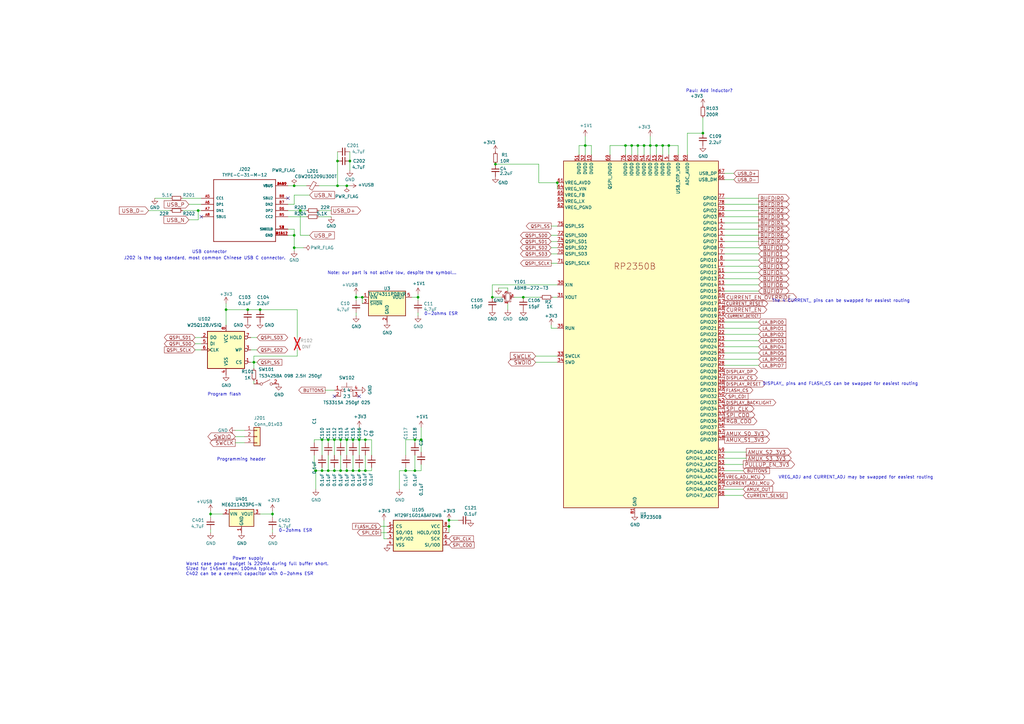
<source format=kicad_sch>
(kicad_sch (version 20231120) (generator "eeschema") (generator_version "8.0")
  (paper "A3")
  (lib_symbols
    (symbol "Connector_Generic:Conn_01x03" (pin_names (offset 1.016) hide)
      (property "Reference" "J" (at 0 5.08 0))
      (property "Value" "Conn_01x03" (at 0 -5.08 0))
      (symbol "Conn_01x03_1_1"
        (pin passive line (at -5.08 2.54 0) (length 3.81) (name "Pin_1") (number "1"))
        (pin passive line (at -5.08 0 0) (length 3.81) (name "Pin_2") (number "2"))
        (pin passive line (at -5.08 -2.54 0) (length 3.81) (name "Pin_3") (number "3"))
      )
    )
    (symbol "Device:C_Small" (pin_numbers hide) (pin_names (offset 0.254) hide)
      (property "Reference" "C" (at 0.254 1.778 0))
      (property "Value" "C_Small" (at 0.254 -2.032 0))
      (symbol "C_Small_1_1"
        (pin passive line (at 0 2.54 270) (length 2.032) (name "~") (number "1"))
        (pin passive line (at 0 -2.54 90) (length 2.032) (name "~") (number "2"))
      )
    )
    (symbol "Device:Crystal_GND24_Small" (pin_names (offset 1.016) hide)
      (property "Reference" "Y" (at 1.27 4.445 0))
      (property "Value" "Crystal_GND24_Small" (at 1.27 2.54 0))
      (symbol "Crystal_GND24_Small_1_1"
        (pin passive line (at -2.54 0 0) (length 1.27) (name "1") (number "1"))
        (pin passive line (at 0 -2.54 90) (length 0.635) (name "2") (number "2"))
        (pin passive line (at 2.54 0 180) (length 1.27) (name "3") (number "3"))
        (pin passive line (at 0 2.54 270) (length 0.635) (name "4") (number "4"))
      )
    )
    (symbol "Device:R_Small" (pin_numbers hide) (pin_names (offset 0.254) hide)
      (property "Reference" "R" (at 0.762 0.508 0))
      (property "Value" "R_Small" (at 0.762 -1.016 0))
      (symbol "R_Small_1_1"
        (pin passive line (at 0 2.54 270) (length 0.762) (name "~") (number "1"))
        (pin passive line (at 0 -2.54 90) (length 0.762) (name "~") (number "2"))
      )
    )
    (symbol "ESPx:ESP32x-80"
      (property "Reference" "U1" (at -1.6159 -71.12 0))
      (property "Value" "~" (at -1.6159 -72.39 0))
      (symbol "ESP32x-80_1_0"
        (text "RP2350B" (at -3.81 30.48 0) (effects (font (size 2.54 2.54))))
      )
      (symbol "ESP32x-80_1_1"
        (pin bidirectional line (at 33.02 48.26 180) (length 2.54) (name "GPIO4") (number "1"))
        (pin power_in line (at -21.59 76.2 270) (length 2.54) (name "DVDD") (number "10"))
        (pin bidirectional line (at 33.02 27.94 180) (length 2.54) (name "GPIO12") (number "11"))
        (pin bidirectional line (at 33.02 25.4 180) (length 2.54) (name "GPIO13") (number "12"))
        (pin bidirectional line (at 33.02 22.86 180) (length 2.54) (name "GPIO14") (number "13"))
        (pin bidirectional line (at 33.02 20.32 180) (length 2.54) (name "GPIO15") (number "14"))
        (pin power_in line (at 5.08 76.2 270) (length 2.54) (name "IOVDD") (number "15"))
        (pin bidirectional line (at 33.02 17.78 180) (length 2.54) (name "GPIO16") (number "16"))
        (pin bidirectional line (at 33.02 15.24 180) (length 2.54) (name "GPIO17") (number "17"))
        (pin bidirectional line (at 33.02 12.7 180) (length 2.54) (name "GPIO18") (number "18"))
        (pin bidirectional line (at 33.02 10.16 180) (length 2.54) (name "GPIO19") (number "19"))
        (pin bidirectional line (at 33.02 45.72 180) (length 2.54) (name "GPIO5") (number "2"))
        (pin bidirectional line (at 33.02 7.62 180) (length 2.54) (name "GPIO20") (number "20"))
        (pin bidirectional line (at 33.02 5.08 180) (length 2.54) (name "GPIO21") (number "21"))
        (pin bidirectional line (at 33.02 2.54 180) (length 2.54) (name "GPIO22") (number "22"))
        (pin bidirectional line (at 33.02 0 180) (length 2.54) (name "GPIO23") (number "23"))
        (pin power_in line (at 2.54 76.2 270) (length 2.54) (name "IOVDD") (number "24"))
        (pin bidirectional line (at 33.02 -2.54 180) (length 2.54) (name "GPIO24") (number "25"))
        (pin bidirectional line (at 33.02 -5.08 180) (length 2.54) (name "GPIO25") (number "26"))
        (pin bidirectional line (at 33.02 -7.62 180) (length 2.54) (name "GPIO26") (number "27"))
        (pin bidirectional line (at 33.02 -10.16 180) (length 2.54) (name "GPIO27") (number "28"))
        (pin power_in line (at 7.62 76.2 270) (length 2.54) (name "IOVDD") (number "29"))
        (pin bidirectional line (at 33.02 43.18 180) (length 2.54) (name "GPIO6") (number "3"))
        (pin input line (at -35.56 22.86 0) (length 2.54) (name "XIN") (number "30"))
        (pin passive line (at -35.56 17.78 0) (length 2.54) (name "XOUT") (number "31"))
        (pin power_in line (at -24.13 76.2 270) (length 2.54) (name "DVDD") (number "32"))
        (pin output line (at -35.56 -6.35 0) (length 2.54) (name "SWCLK") (number "33"))
        (pin bidirectional line (at -35.56 -8.89 0) (length 2.54) (name "SWD") (number "34"))
        (pin input line (at -35.56 5.08 0) (length 2.54) (name "RUN") (number "35"))
        (pin bidirectional line (at 33.02 -12.7 180) (length 2.54) (name "GPIO28") (number "36"))
        (pin bidirectional line (at 33.02 -15.24 180) (length 2.54) (name "GPIO29") (number "37"))
        (pin bidirectional line (at 33.02 -17.78 180) (length 2.54) (name "GPIO30") (number "38"))
        (pin bidirectional line (at 33.02 -20.32 180) (length 2.54) (name "GPIO31") (number "39"))
        (pin bidirectional line (at 33.02 40.64 180) (length 2.54) (name "GPIO7") (number "4"))
        (pin bidirectional line (at 33.02 -22.86 180) (length 2.54) (name "GPIO32") (number "40"))
        (pin power_in line (at 0 76.2 270) (length 2.54) (name "IOVDD") (number "41"))
        (pin bidirectional line (at 33.02 -25.4 180) (length 2.54) (name "GPIO33") (number "42"))
        (pin bidirectional line (at 33.02 -27.94 180) (length 2.54) (name "GPIO34") (number "43"))
        (pin bidirectional line (at 33.02 -30.48 180) (length 2.54) (name "GPIO35") (number "44"))
        (pin bidirectional line (at 33.02 -33.02 180) (length 2.54) (name "GPIO36") (number "45"))
        (pin bidirectional line (at 33.02 -35.56 180) (length 2.54) (name "GPIO37") (number "46"))
        (pin bidirectional line (at 33.02 -38.1 180) (length 2.54) (name "GPIO38") (number "47"))
        (pin bidirectional line (at 33.02 -40.64 180) (length 2.54) (name "GPIO39") (number "48"))
        (pin bidirectional line (at 33.02 -45.72 180) (length 2.54) (name "GPIO40_ADC0") (number "49"))
        (pin power_in line (at 10.16 76.2 270) (length 2.54) (name "IOVDD") (number "5"))
        (pin power_in line (at -2.54 76.2 270) (length 2.54) (name "IOVDD") (number "50"))
        (pin power_in line (at -26.67 76.2 270) (length 2.54) (name "DVDD") (number "51"))
        (pin bidirectional line (at 33.02 -48.26 180) (length 2.54) (name "GPIO41_ADC1") (number "52"))
        (pin bidirectional line (at 33.02 -50.8 180) (length 2.54) (name "GPIO42_ADC2") (number "53"))
        (pin bidirectional line (at 33.02 -53.34 180) (length 2.54) (name "GPIO43_ADC3") (number "54"))
        (pin bidirectional line (at 33.02 -55.88 180) (length 2.54) (name "GPIO44_ADC4") (number "55"))
        (pin bidirectional line (at 33.02 -58.42 180) (length 2.54) (name "GPIO45_ADC5") (number "56"))
        (pin bidirectional line (at 33.02 -60.96 180) (length 2.54) (name "GPIO46_ADC6") (number "57"))
        (pin bidirectional line (at 33.02 -63.5 180) (length 2.54) (name "GPIO47_ADC7") (number "58"))
        (pin power_in line (at 17.78 76.2 270) (length 2.54) (name "ADC_AVDD") (number "59"))
        (pin bidirectional line (at 33.02 38.1 180) (length 2.54) (name "GPIO8") (number "6"))
        (pin power_in line (at -5.08 76.2 270) (length 2.54) (name "IOVDD") (number "60"))
        (pin power_in line (at -35.56 64.77 0) (length 2.54) (name "VREG_AVDD") (number "61"))
        (pin power_in line (at -35.56 54.61 0) (length 2.54) (name "VREG_PGND") (number "62"))
        (pin power_out line (at -35.56 57.15 0) (length 2.54) (name "VREG_LX") (number "63"))
        (pin power_in line (at -35.56 62.23 0) (length 2.54) (name "VREG_VIN") (number "64"))
        (pin input line (at -35.56 59.69 0) (length 2.54) (name "VREG_FB") (number "65"))
        (pin bidirectional line (at 33.02 66.04 180) (length 2.54) (name "USB_DM") (number "66"))
        (pin bidirectional line (at 33.02 68.58 180) (length 2.54) (name "USB_DP") (number "67"))
        (pin power_in line (at 13.97 76.2 270) (length 2.54) (name "USB_OTP_VDD") (number "68"))
        (pin power_in line (at -13.97 76.2 270) (length 2.54) (name "QSPI_IOVDD") (number "69"))
        (pin bidirectional line (at 33.02 35.56 180) (length 2.54) (name "GPIO9") (number "7"))
        (pin bidirectional line (at -35.56 35.56 0) (length 2.54) (name "QSPI_SD3") (number "70"))
        (pin output line (at -35.56 31.75 0) (length 2.54) (name "QSPI_SCLK") (number "71"))
        (pin bidirectional line (at -35.56 43.18 0) (length 2.54) (name "QSPI_SD0") (number "72"))
        (pin bidirectional line (at -35.56 38.1 0) (length 2.54) (name "QSPI_SD2") (number "73"))
        (pin bidirectional line (at -35.56 40.64 0) (length 2.54) (name "QSPI_SD1") (number "74"))
        (pin bidirectional line (at -35.56 46.99 0) (length 2.54) (name "QSPI_SS") (number "75"))
        (pin power_in line (at -7.62 76.2 270) (length 2.54) (name "IOVDD") (number "76"))
        (pin bidirectional line (at 33.02 58.42 180) (length 2.54) (name "GPIO0") (number "77"))
        (pin bidirectional line (at 33.02 55.88 180) (length 2.54) (name "GPIO1") (number "78"))
        (pin bidirectional line (at 33.02 53.34 180) (length 2.54) (name "GPIO2") (number "79"))
        (pin bidirectional line (at 33.02 33.02 180) (length 2.54) (name "GPIO10") (number "8"))
        (pin bidirectional line (at 33.02 50.8 180) (length 2.54) (name "GPIO3") (number "80"))
        (pin power_in line (at -3.81 -71.12 90) (length 2.54) (name "GND") (number "81"))
        (pin bidirectional line (at 33.02 30.48 180) (length 2.54) (name "GPIO11") (number "9"))
      )
    )
    (symbol "Regulator_Linear:AP2204RA-3.3" (pin_names (offset 0.254))
      (property "Reference" "U" (at -5.08 3.175 0))
      (property "Value" "AP2204RA-3.3" (at 0 3.175 0))
      (symbol "AP2204RA-3.3_1_1"
        (pin power_in line (at 0 -7.62 90) (length 2.54) (name "GND") (number "1"))
        (pin power_in line (at -7.62 0 0) (length 2.54) (name "VIN") (number "2"))
        (pin power_out line (at 7.62 0 180) (length 2.54) (name "VOUT") (number "3"))
      )
    )
    (symbol "Regulator_Linear:MCP1802x-xx02xOT"
      (property "Reference" "U" (at -6.35 6.35 0))
      (property "Value" "MCP1802x-xx02xOT" (at 0 6.35 0))
      (symbol "MCP1802x-xx02xOT_1_1"
        (pin power_in line (at -10.16 2.54 0) (length 2.54) (name "VIN") (number "1"))
        (pin power_in line (at 0 -7.62 90) (length 2.54) (name "GND") (number "2"))
        (pin input line (at -10.16 0 0) (length 2.54) (name "~{SHDN}") (number "3"))
        (pin no_connect line (at 7.62 0 180) (length 2.54) hide (name "NC") (number "4"))
        (pin power_out line (at 10.16 2.54 180) (length 2.54) (name "VOUT") (number "5"))
      )
    )
    (symbol "Switch:SW_SPST" (pin_names (offset 0) hide)
      (property "Reference" "SW" (at 0 3.175 0))
      (property "Value" "SW_SPST" (at 0 -2.54 0))
      (symbol "SW_SPST_1_1"
        (pin passive line (at -5.08 0 0) (length 2.54) (name "A") (number "1"))
        (pin passive line (at 5.08 0 180) (length 2.54) (name "B") (number "2"))
      )
    )
    (symbol "TYPE-C-31-M-12_1" (pin_names (offset 1.016))
      (property "Reference" "J" (at -12.7 13.462 0))
      (property "Value" "TYPE-C-31-M-12" (at -12.7 -13.462 0))
      (symbol "TYPE-C-31-M-12_1_0_0"
        (pin power_in line (at 17.78 -10.16 180) (length 5.08) (name "GND") (number "A1B12"))
        (pin power_in line (at 17.78 10.16 180) (length 5.08) (name "VBUS") (number "A4B9"))
        (pin bidirectional line (at -17.78 5.08 0) (length 5.08) (name "CC1") (number "A5"))
        (pin bidirectional line (at -17.78 2.54 0) (length 5.08) (name "DP1") (number "A6"))
        (pin bidirectional line (at -17.78 0 0) (length 5.08) (name "DN1") (number "A7"))
        (pin bidirectional line (at -17.78 -2.54 0) (length 5.08) (name "SBU1") (number "A8"))
        (pin power_in line (at 17.78 -10.16 180) (length 5.08) (name "GND") (number "B1A12"))
        (pin power_in line (at 17.78 10.16 180) (length 5.08) (name "VBUS") (number "B4A9"))
        (pin bidirectional line (at 17.78 -2.54 180) (length 5.08) (name "CC2") (number "B5"))
        (pin bidirectional line (at 17.78 0 180) (length 5.08) (name "DP2") (number "B6"))
        (pin bidirectional line (at 17.78 2.54 180) (length 5.08) (name "DN2") (number "B7"))
        (pin bidirectional line (at 17.78 5.08 180) (length 5.08) (name "SBU2") (number "B8"))
        (pin passive line (at 17.78 -7.62 180) (length 5.08) (name "SHIELD") (number "S1"))
        (pin passive line (at 17.78 -7.62 180) (length 5.08) (name "SHIELD") (number "S2"))
        (pin passive line (at 17.78 -7.62 180) (length 5.08) (name "SHIELD") (number "S3"))
        (pin passive line (at 17.78 -7.62 180) (length 5.08) (name "SHIELD") (number "S4"))
      )
    )
    (symbol "TYPE-C-31-M-12_2" (pin_names (offset 1.016))
      (property "Reference" "J" (at -12.7 13.462 0))
      (property "Value" "TYPE-C-31-M-12" (at -12.7 -13.462 0))
      (symbol "TYPE-C-31-M-12_2_0_0"
        (pin power_in line (at 17.78 -10.16 180) (length 5.08) (name "GND") (number "A1B12"))
        (pin power_in line (at 17.78 10.16 180) (length 5.08) (name "VBUS") (number "A4B9"))
        (pin bidirectional line (at -17.78 5.08 0) (length 5.08) (name "CC1") (number "A5"))
        (pin bidirectional line (at -17.78 2.54 0) (length 5.08) (name "DP1") (number "A6"))
        (pin bidirectional line (at -17.78 0 0) (length 5.08) (name "DN1") (number "A7"))
        (pin bidirectional line (at -17.78 -2.54 0) (length 5.08) (name "SBU1") (number "A8"))
        (pin power_in line (at 17.78 -10.16 180) (length 5.08) (name "GND") (number "B1A12"))
        (pin power_in line (at 17.78 10.16 180) (length 5.08) (name "VBUS") (number "B4A9"))
        (pin bidirectional line (at 17.78 -2.54 180) (length 5.08) (name "CC2") (number "B5"))
        (pin bidirectional line (at 17.78 0 180) (length 5.08) (name "DP2") (number "B6"))
        (pin bidirectional line (at 17.78 2.54 180) (length 5.08) (name "DN2") (number "B7"))
        (pin bidirectional line (at 17.78 5.08 180) (length 5.08) (name "SBU2") (number "B8"))
        (pin passive line (at 17.78 -7.62 180) (length 5.08) (name "SHIELD") (number "S1"))
        (pin passive line (at 17.78 -7.62 180) (length 5.08) (name "SHIELD") (number "S2"))
        (pin passive line (at 17.78 -7.62 180) (length 5.08) (name "SHIELD") (number "S3"))
        (pin passive line (at 17.78 -7.62 180) (length 5.08) (name "SHIELD") (number "S4"))
      )
    )
    (symbol "dp-memory:MT29F1G01ABAFDWB" (pin_names (offset 1.016))
      (property "Reference" "U" (at 0 7.62 0))
      (property "Value" "MT29F1G01ABAFDWB" (at 0 -8.89 0))
      (symbol "MT29F1G01ABAFDWB_1_1"
        (pin input inverted (at -12.7 3.81 0) (length 2.54) (name "CS") (number "1"))
        (pin bidirectional line (at -12.7 1.27 0) (length 2.54) (name "SO/IO1") (number "2"))
        (pin bidirectional line (at -12.7 -1.27 0) (length 2.54) (name "WP/IO2") (number "3"))
        (pin power_in line (at -12.7 -3.81 0) (length 2.54) (name "VSS") (number "4"))
        (pin bidirectional line (at 12.7 -3.81 180) (length 2.54) (name "SI/IO0") (number "5"))
        (pin input line (at 12.7 -1.27 180) (length 2.54) (name "SCK") (number "6"))
        (pin bidirectional line (at 12.7 1.27 180) (length 2.54) (name "HOLD/IO3") (number "7"))
        (pin power_in line (at 12.7 3.81 180) (length 2.54) (name "VCC") (number "8"))
      )
    )
    (symbol "dp-memory:xm25qh128a" (pin_names (offset 1.016))
      (property "Reference" "U" (at 7.62 16.51 0))
      (property "Value" "xm25qh128a" (at 7.62 13.97 0))
      (symbol "xm25qh128a_1_1"
        (pin input inverted (at 10.16 0 180) (length 2.54) (name "CS") (number "1"))
        (pin output line (at -10.16 10.16 0) (length 2.54) (name "DO") (number "2"))
        (pin input inverted (at 10.16 5.08 180) (length 2.54) (name "WP") (number "3"))
        (pin power_in line (at 0 -5.08 90) (length 2.54) (name "VSS") (number "4"))
        (pin input line (at -10.16 7.62 0) (length 2.54) (name "DI") (number "5"))
        (pin input clock (at -10.16 5.08 0) (length 2.54) (name "CLK") (number "6"))
        (pin input inverted (at 10.16 10.16 180) (length 2.54) (name "HOLD") (number "7"))
        (pin power_in line (at 0 15.24 270) (length 2.54) (name "VCC") (number "8"))
      )
    )
    (symbol "dp-power:+VUSB" (power) (pin_names (offset 1.016))
      (property "Value" "+VUSB" (at 0 5.08 0))
      (symbol "+VUSB_1_1"
        (pin power_in line (at 0 0 90) (length 0) hide (name "+VUSB") (number "1"))
      )
    )
    (symbol "dp-switch:4P_button_sw" (pin_names (offset 1.016))
      (property "Reference" "SW" (at 0 6.35 0))
      (property "Value" "4P_button_sw" (at 0 -3.81 0))
      (symbol "4P_button_sw_1_1"
        (pin passive line (at -5.08 1.27 0) (length 2.54) (name "1") (number "1"))
        (pin passive line (at -5.08 -1.27 0) (length 2.54) (name "2") (number "2"))
        (pin passive line (at 5.08 -1.27 180) (length 2.54) (name "3") (number "3"))
        (pin passive line (at 5.08 1.27 180) (length 2.54) (name "4") (number "4"))
      )
    )
    (symbol "kicad5-device:Ferrite_Bead_Small" (pin_numbers hide) (pin_names (offset 0))
      (property "Reference" "FB" (at 1.905 1.27 0))
      (property "Value" "Ferrite_Bead_Small" (at 1.905 -1.27 0))
      (symbol "Ferrite_Bead_Small_1_1"
        (pin passive line (at 0 2.54 270) (length 1.27) (name "~") (number "1"))
        (pin passive line (at 0 -2.54 90) (length 1.27) (name "~") (number "2"))
      )
    )
    (symbol "power:+1V1" (power) (pin_names (offset 0))
      (property "Value" "+1V1" (at 0 3.556 0))
      (symbol "+1V1_1_1"
        (pin power_in line (at 0 0 90) (length 0) hide (name "+1V1") (number "1"))
      )
    )
    (symbol "power:+3V3" (power) (pin_names (offset 0))
      (property "Value" "+3V3" (at 0 3.556 0))
      (symbol "+3V3_1_1"
        (pin power_in line (at 0 0 90) (length 0) hide (name "+3V3") (number "1"))
      )
    )
    (symbol "power:GND" (power) (pin_names (offset 0))
      (property "Value" "GND" (at 0 -3.81 0))
      (symbol "GND_1_1"
        (pin power_in line (at 0 0 270) (length 0) hide (name "GND") (number "1"))
      )
    )
    (symbol "power:PWR_FLAG" (power) (pin_numbers hide) (pin_names (offset 0) hide)
      (property "Value" "PWR_FLAG" (at 0 3.81 0))
      (symbol "PWR_FLAG_0_0"
        (pin power_out line (at 0 0 90) (length 0) (name "pwr") (number "1"))
      )
    )
  )
  (junction (at 104.14 148.59))
  (junction (at 172.72 180.34))
  (junction (at 259.08 59.69))
  (junction (at 144.78 180.34))
  (junction (at 184.15 213.36))
  (junction (at 129.54 193.04))
  (junction (at 203.2 67.31))
  (junction (at 240.03 59.69))
  (junction (at 201.93 121.92))
  (junction (at 147.32 193.04))
  (junction (at 101.6 127))
  (junction (at 261.62 59.69))
  (junction (at 132.08 193.04))
  (junction (at 214.63 121.92))
  (junction (at 106.68 127))
  (junction (at 146.05 121.92))
  (junction (at 143.51 66.04))
  (junction (at 256.54 59.69))
  (junction (at 228.6 74.93))
  (junction (at 134.62 193.04))
  (junction (at 147.32 180.34))
  (junction (at 144.78 193.04))
  (junction (at 149.86 180.34))
  (junction (at 138.43 66.04))
  (junction (at 148.59 121.92))
  (junction (at 171.45 121.92))
  (junction (at 123.19 86.36))
  (junction (at 166.37 193.04))
  (junction (at 149.86 193.04))
  (junction (at 138.43 76.2))
  (junction (at 86.36 210.82))
  (junction (at 142.24 193.04))
  (junction (at 266.7 59.69))
  (junction (at 139.7 193.04))
  (junction (at 288.29 54.61))
  (junction (at 142.24 76.2))
  (junction (at 92.71 127))
  (junction (at 132.08 180.34))
  (junction (at 137.16 193.04))
  (junction (at 264.16 59.69))
  (junction (at 81.28 86.36))
  (junction (at 142.24 180.34))
  (junction (at 111.76 210.82))
  (junction (at 170.18 193.04))
  (junction (at 170.18 180.34))
  (junction (at 120.65 76.2))
  (junction (at 274.32 59.69))
  (junction (at 184.15 215.9))
  (junction (at 271.78 59.69))
  (junction (at 139.7 180.34))
  (junction (at 120.65 96.52))
  (junction (at 137.16 180.34))
  (junction (at 120.65 101.6))
  (junction (at 269.24 59.69))
  (junction (at 134.62 180.34))
  (no_connect (at 118.11 81.28))
  (no_connect (at 82.55 88.9))
  (no_connect (at 137.16 162.56))
  (no_connect (at 147.32 162.56))
  (wire (pts (xy 297.18 99.06) (xy 311.15 99.06)))
  (wire (pts (xy 271.78 59.69) (xy 274.32 59.69)))
  (wire (pts (xy 137.16 193.04) (xy 134.62 193.04)))
  (wire (pts (xy 228.6 99.06) (xy 226.06 99.06)))
  (wire (pts (xy 123.19 96.52) (xy 127 96.52)))
  (wire (pts (xy 152.4 180.34) (xy 149.86 180.34)))
  (wire (pts (xy 228.6 104.14) (xy 226.06 104.14)))
  (wire (pts (xy 281.94 54.61) (xy 281.94 63.5)))
  (wire (pts (xy 266.7 59.69) (xy 266.7 63.5)))
  (wire (pts (xy 219.71 148.59) (xy 228.6 148.59)))
  (wire (pts (xy 96.52 181.61) (xy 100.33 181.61)))
  (wire (pts (xy 137.16 186.69) (xy 137.16 180.34)))
  (wire (pts (xy 118.11 96.52) (xy 120.65 96.52)))
  (wire (pts (xy 121.92 127) (xy 106.68 127)))
  (wire (pts (xy 128.905 193.04) (xy 129.54 193.04)))
  (wire (pts (xy 171.45 121.92) (xy 171.45 123.19)))
  (wire (pts (xy 130.81 88.9) (xy 135.89 88.9)))
  (wire (pts (xy 132.08 193.04) (xy 129.54 193.04)))
  (wire (pts (xy 120.65 101.6) (xy 120.65 102.87)))
  (wire (pts (xy 143.51 66.04) (xy 143.51 69.85)))
  (wire (pts (xy 121.92 146.05) (xy 121.92 143.51)))
  (wire (pts (xy 228.6 146.05) (xy 219.71 146.05)))
  (wire (pts (xy 171.45 120.65) (xy 171.45 121.92)))
  (wire (pts (xy 82.55 81.28) (xy 74.93 81.28)))
  (wire (pts (xy 104.14 148.59) (xy 102.87 148.59)))
  (wire (pts (xy 148.59 121.92) (xy 148.59 124.46)))
  (wire (pts (xy 306.07 187.96) (xy 297.18 187.96)))
  (wire (pts (xy 297.18 119.38) (xy 311.15 119.38)))
  (wire (pts (xy 147.32 193.04) (xy 149.86 193.04)))
  (wire (pts (xy 92.71 127) (xy 92.71 124.46)))
  (wire (pts (xy 120.65 93.98) (xy 120.65 96.52)))
  (wire (pts (xy 221.615 121.92) (xy 214.63 121.92)))
  (wire (pts (xy 128.905 180.34) (xy 128.905 181.61)))
  (wire (pts (xy 82.55 83.82) (xy 77.47 83.82)))
  (wire (pts (xy 311.15 81.28) (xy 297.18 81.28)))
  (wire (pts (xy 146.05 128.27) (xy 146.05 129.54)))
  (wire (pts (xy 133.35 160.02) (xy 137.16 160.02)))
  (wire (pts (xy 269.24 59.69) (xy 271.78 59.69)))
  (wire (pts (xy 127 80.01) (xy 120.65 80.01)))
  (wire (pts (xy 111.76 210.82) (xy 111.76 212.09)))
  (wire (pts (xy 132.08 180.34) (xy 128.905 180.34)))
  (wire (pts (xy 105.41 148.59) (xy 104.14 148.59)))
  (wire (pts (xy 184.15 215.9) (xy 184.15 218.44)))
  (wire (pts (xy 139.7 186.69) (xy 139.7 193.04)))
  (wire (pts (xy 203.2 67.31) (xy 220.98 67.31)))
  (wire (pts (xy 240.03 55.88) (xy 240.03 59.69)))
  (wire (pts (xy 297.18 88.9) (xy 311.15 88.9)))
  (wire (pts (xy 149.86 186.69) (xy 149.86 193.04)))
  (wire (pts (xy 269.24 59.69) (xy 269.24 63.5)))
  (wire (pts (xy 86.36 209.55) (xy 86.36 210.82)))
  (wire (pts (xy 311.15 147.32) (xy 297.18 147.32)))
  (wire (pts (xy 101.6 127) (xy 92.71 127)))
  (wire (pts (xy 144.78 181.61) (xy 144.78 180.34)))
  (wire (pts (xy 82.55 140.97) (xy 80.01 140.97)))
  (wire (pts (xy 124.46 101.6) (xy 120.65 101.6)))
  (wire (pts (xy 228.6 74.93) (xy 228.6 77.47)))
  (wire (pts (xy 69.85 81.28) (xy 63.5 81.28)))
  (wire (pts (xy 172.72 175.26) (xy 172.72 180.34)))
  (wire (pts (xy 297.18 83.82) (xy 311.15 83.82)))
  (wire (pts (xy 205.74 121.92) (xy 201.93 121.92)))
  (wire (pts (xy 144.78 180.34) (xy 142.24 180.34)))
  (wire (pts (xy 288.29 48.26) (xy 288.29 54.61)))
  (wire (pts (xy 139.7 193.04) (xy 137.16 193.04)))
  (wire (pts (xy 311.15 144.78) (xy 297.18 144.78)))
  (wire (pts (xy 147.32 180.34) (xy 147.32 175.26)))
  (wire (pts (xy 228.6 101.6) (xy 226.06 101.6)))
  (wire (pts (xy 158.75 220.98) (xy 157.48 220.98)))
  (wire (pts (xy 111.76 209.55) (xy 111.76 210.82)))
  (wire (pts (xy 300.99 71.12) (xy 297.18 71.12)))
  (wire (pts (xy 149.86 181.61) (xy 149.86 180.34)))
  (wire (pts (xy 166.37 180.34) (xy 170.18 180.34)))
  (wire (pts (xy 278.13 59.69) (xy 278.13 63.5)))
  (wire (pts (xy 96.52 179.07) (xy 100.33 179.07)))
  (wire (pts (xy 120.65 83.82) (xy 118.11 83.82)))
  (wire (pts (xy 297.18 116.84) (xy 311.15 116.84)))
  (wire (pts (xy 120.65 80.01) (xy 120.65 83.82)))
  (wire (pts (xy 311.15 142.24) (xy 297.18 142.24)))
  (wire (pts (xy 266.7 59.69) (xy 269.24 59.69)))
  (wire (pts (xy 132.08 191.77) (xy 132.08 193.04)))
  (wire (pts (xy 120.65 76.2) (xy 125.73 76.2)))
  (wire (pts (xy 228.6 116.84) (xy 201.93 116.84)))
  (wire (pts (xy 184.15 213.36) (xy 184.15 215.9)))
  (wire (pts (xy 92.71 133.35) (xy 92.71 127)))
  (wire (pts (xy 143.51 62.23) (xy 143.51 66.04)))
  (wire (pts (xy 134.62 193.04) (xy 132.08 193.04)))
  (wire (pts (xy 300.99 73.66) (xy 297.18 73.66)))
  (wire (pts (xy 104.14 148.59) (xy 104.14 146.05)))
  (wire (pts (xy 138.43 76.2) (xy 142.24 76.2)))
  (wire (pts (xy 311.15 149.86) (xy 297.18 149.86)))
  (wire (pts (xy 139.7 180.34) (xy 137.16 180.34)))
  (wire (pts (xy 118.11 93.98) (xy 120.65 93.98)))
  (wire (pts (xy 134.62 180.34) (xy 132.08 180.34)))
  (wire (pts (xy 138.43 66.04) (xy 138.43 76.2)))
  (wire (pts (xy 168.91 121.92) (xy 171.45 121.92)))
  (wire (pts (xy 121.92 138.43) (xy 121.92 127)))
  (wire (pts (xy 172.72 180.34) (xy 172.72 185.42)))
  (wire (pts (xy 152.4 186.69) (xy 152.4 180.34)))
  (wire (pts (xy 166.37 186.69) (xy 166.37 180.34)))
  (wire (pts (xy 311.15 96.52) (xy 297.18 96.52)))
  (wire (pts (xy 228.6 74.93) (xy 220.98 74.93)))
  (wire (pts (xy 125.73 86.36) (xy 123.19 86.36)))
  (wire (pts (xy 228.6 92.71) (xy 226.06 92.71)))
  (wire (pts (xy 138.43 62.23) (xy 138.43 66.04)))
  (wire (pts (xy 149.86 180.34) (xy 147.32 180.34)))
  (wire (pts (xy 297.18 114.3) (xy 311.15 114.3)))
  (wire (pts (xy 170.18 193.04) (xy 172.72 193.04)))
  (wire (pts (xy 228.6 134.62) (xy 226.06 134.62)))
  (wire (pts (xy 134.62 186.69) (xy 134.62 193.04)))
  (wire (pts (xy 132.08 186.69) (xy 132.08 180.34)))
  (wire (pts (xy 104.14 157.48) (xy 104.14 156.21)))
  (wire (pts (xy 142.24 191.77) (xy 142.24 193.04)))
  (wire (pts (xy 187.96 213.36) (xy 184.15 213.36)))
  (wire (pts (xy 146.05 123.19) (xy 146.05 121.92)))
  (wire (pts (xy 86.36 217.17) (xy 86.36 218.44)))
  (wire (pts (xy 96.52 176.53) (xy 100.33 176.53)))
  (wire (pts (xy 147.32 191.77) (xy 147.32 193.04)))
  (wire (pts (xy 297.18 111.76) (xy 311.15 111.76)))
  (wire (pts (xy 130.81 76.2) (xy 138.43 76.2)))
  (wire (pts (xy 311.15 132.08) (xy 297.18 132.08)))
  (wire (pts (xy 220.98 74.93) (xy 220.98 67.31)))
  (wire (pts (xy 137.16 180.34) (xy 134.62 180.34)))
  (wire (pts (xy 304.8 190.5) (xy 297.18 190.5)))
  (wire (pts (xy 250.19 59.69) (xy 256.54 59.69)))
  (wire (pts (xy 297.18 185.42) (xy 306.07 185.42)))
  (wire (pts (xy 82.55 86.36) (xy 81.28 86.36)))
  (wire (pts (xy 304.8 200.66) (xy 297.18 200.66)))
  (wire (pts (xy 250.19 63.5) (xy 250.19 59.69)))
  (wire (pts (xy 147.32 193.04) (xy 144.78 193.04)))
  (wire (pts (xy 266.7 55.88) (xy 266.7 59.69)))
  (wire (pts (xy 104.14 146.05) (xy 121.92 146.05)))
  (wire (pts (xy 311.15 134.62) (xy 297.18 134.62)))
  (wire (pts (xy 311.15 86.36) (xy 297.18 86.36)))
  (wire (pts (xy 82.55 138.43) (xy 80.01 138.43)))
  (wire (pts (xy 130.81 86.36) (xy 135.89 86.36)))
  (wire (pts (xy 134.62 181.61) (xy 134.62 180.34)))
  (wire (pts (xy 281.94 54.61) (xy 288.29 54.61)))
  (wire (pts (xy 311.15 137.16) (xy 297.18 137.16)))
  (wire (pts (xy 144.78 193.04) (xy 142.24 193.04)))
  (wire (pts (xy 264.16 59.69) (xy 264.16 63.5)))
  (wire (pts (xy 118.11 86.36) (xy 123.19 86.36)))
  (wire (pts (xy 297.18 104.14) (xy 311.15 104.14)))
  (wire (pts (xy 242.57 59.69) (xy 242.57 63.5)))
  (wire (pts (xy 148.59 121.92) (xy 146.05 121.92)))
  (wire (pts (xy 228.6 96.52) (xy 226.06 96.52)))
  (wire (pts (xy 170.18 186.69) (xy 170.18 193.04)))
  (wire (pts (xy 163.83 193.04) (xy 163.83 200.66)))
  (wire (pts (xy 106.68 127) (xy 101.6 127)))
  (wire (pts (xy 81.28 90.17) (xy 81.28 86.36)))
  (wire (pts (xy 81.28 86.36) (xy 74.93 86.36)))
  (wire (pts (xy 158.75 215.9) (xy 156.21 215.9)))
  (wire (pts (xy 240.03 59.69) (xy 242.57 59.69)))
  (wire (pts (xy 104.14 151.13) (xy 104.14 148.59)))
  (wire (pts (xy 297.18 193.04) (xy 304.8 193.04)))
  (wire (pts (xy 311.15 139.7) (xy 297.18 139.7)))
  (wire (pts (xy 142.24 193.04) (xy 139.7 193.04)))
  (wire (pts (xy 144.78 186.69) (xy 144.78 193.04)))
  (wire (pts (xy 311.15 101.6) (xy 297.18 101.6)))
  (wire (pts (xy 228.6 107.95) (xy 226.06 107.95)))
  (wire (pts (xy 137.16 191.77) (xy 137.16 193.04)))
  (wire (pts (xy 147.32 186.69) (xy 147.32 180.34)))
  (wire (pts (xy 208.28 124.46) (xy 208.28 127)))
  (wire (pts (xy 170.18 180.34) (xy 170.18 181.61)))
  (wire (pts (xy 128.905 186.69) (xy 128.905 193.04)))
  (wire (pts (xy 69.85 86.36) (xy 60.96 86.36)))
  (wire (pts (xy 261.62 59.69) (xy 264.16 59.69)))
  (wire (pts (xy 261.62 59.69) (xy 261.62 63.5)))
  (wire (pts (xy 86.36 212.09) (xy 86.36 210.82)))
  (wire (pts (xy 156.21 218.44) (xy 158.75 218.44)))
  (wire (pts (xy 166.37 191.77) (xy 166.37 193.04)))
  (wire (pts (xy 152.4 193.04) (xy 152.4 191.77)))
  (wire (pts (xy 142.24 180.34) (xy 139.7 180.34)))
  (wire (pts (xy 208.28 118.11) (xy 208.28 119.38)))
  (wire (pts (xy 123.19 86.36) (xy 123.19 96.52)))
  (wire (pts (xy 142.24 186.69) (xy 142.24 180.34)))
  (wire (pts (xy 118.11 76.2) (xy 120.65 76.2)))
  (wire (pts (xy 271.78 63.5) (xy 271.78 59.69)))
  (wire (pts (xy 256.54 59.69) (xy 256.54 63.5)))
  (wire (pts (xy 311.15 91.44) (xy 297.18 91.44)))
  (wire (pts (xy 259.08 59.69) (xy 261.62 59.69)))
  (wire (pts (xy 105.41 138.43) (xy 102.87 138.43)))
  (wire (pts (xy 118.11 88.9) (xy 125.73 88.9)))
  (wire (pts (xy 146.05 120.65) (xy 146.05 121.92)))
  (wire (pts (xy 297.18 93.98) (xy 311.15 93.98)))
  (wire (pts (xy 274.32 59.69) (xy 274.32 63.5)))
  (wire (pts (xy 144.78 180.34) (xy 147.32 180.34)))
  (wire (pts (xy 201.93 116.84) (xy 201.93 121.92)))
  (wire (pts (xy 240.03 59.69) (xy 237.49 59.69)))
  (wire (pts (xy 172.72 190.5) (xy 172.72 193.04)))
  (wire (pts (xy 259.08 59.69) (xy 259.08 63.5)))
  (wire (pts (xy 274.32 59.69) (xy 278.13 59.69)))
  (wire (pts (xy 166.37 193.04) (xy 170.18 193.04)))
  (wire (pts (xy 149.86 193.04) (xy 152.4 193.04)))
  (wire (pts (xy 105.41 143.51) (xy 102.87 143.51)))
  (wire (pts (xy 228.6 121.92) (xy 226.695 121.92)))
  (wire (pts (xy 204.47 118.11) (xy 208.28 118.11)))
  (wire (pts (xy 163.83 193.04) (xy 166.37 193.04)))
  (wire (pts (xy 120.65 96.52) (xy 120.65 101.6)))
  (wire (pts (xy 139.7 181.61) (xy 139.7 180.34)))
  (wire (pts (xy 142.24 76.2) (xy 143.51 76.2)))
  (wire (pts (xy 237.49 59.69) (xy 237.49 63.5)))
  (wire (pts (xy 171.45 128.27) (xy 171.45 129.54)))
  (wire (pts (xy 264.16 59.69) (xy 266.7 59.69)))
  (wire (pts (xy 210.82 121.92) (xy 214.63 121.92)))
  (wire (pts (xy 256.54 59.69) (xy 259.08 59.69)))
  (wire (pts (xy 304.8 203.2) (xy 297.18 203.2)))
  (wire (pts (xy 82.55 143.51) (xy 80.01 143.51)))
  (wire (pts (xy 311.15 106.68) (xy 297.18 106.68)))
  (wire (pts (xy 172.72 180.34) (xy 170.18 180.34)))
  (wire (pts (xy 106.68 210.82) (xy 111.76 210.82)))
  (wire (pts (xy 111.76 217.17) (xy 111.76 218.44)))
  (wire (pts (xy 77.47 90.17) (xy 81.28 90.17)))
  (wire (pts (xy 157.48 220.98) (xy 157.48 213.36)))
  (wire (pts (xy 91.44 210.82) (xy 86.36 210.82)))
  (wire (pts (xy 297.18 109.22) (xy 311.15 109.22)))
  (wire (pts (xy 240.03 59.69) (xy 240.03 63.5)))
  (wire (pts (xy 226.06 134.62) (xy 226.06 133.35)))
  (wire (pts (xy 129.54 193.04) (xy 129.54 200.66)))
  (text "The 4 CURRENT_ pins can be swapped for easiest routing" (at 344.932 123.444 0) (effects (font (size 1.27 1.27))))
  (text "Note: our part is not active low, despite the symbol..." (at 160.782 112.014 0) (effects (font (size 1.27 1.27))))
  (text "USB connector" (at 78.74 104.14 0) (effects (font (size 1.27 1.27)) (justify left bottom)))
  (text "DISPLAY_ pins and FLASH_CS can be swapped for easiest routing" (at 344.678 157.48 0) (effects (font (size 1.27 1.27))))
  (text "Power supply" (at 95.25 229.87 0) (effects (font (size 1.27 1.27)) (justify left bottom)))
  (text "J202 is the bog standard, most common Chinese USB C connector." (at 50.8 106.68 0) (effects (font (size 1.27 1.27)) (justify left bottom)))
  (text "Program flash" (at 85.09 162.56 0) (effects (font (size 1.27 1.27)) (justify left bottom)))
  (text "Worst case power budget is 220mA during full buffer short.\nSized for 145mA max, 100mA typical.\nC402 can be a ceremic capacitor with 0-2ohms ESR" (at 76.2 236.22 0) (effects (font (size 1.27 1.27)) (justify left bottom)))
  (text "Paul: Add inductor?" (at 281.305 38.1 0) (effects (font (size 1.27 1.27)) (justify left bottom)))
  (text "Programming header" (at 88.9 189.23 0) (effects (font (size 1.27 1.27)) (justify left bottom)))
  (text "VREG_ADJ and CURRENT_ADJ may be swapped for easiest routing" (at 351.028 195.834 0) (effects (font (size 1.27 1.27))))
  (text "0-2ohms ESR\n" (at 114.3 218.44 0) (effects (font (size 1.27 1.27)) (justify left bottom)))
  (text "0-2ohms ESR\n" (at 173.99 129.54 0) (effects (font (size 1.27 1.27)) (justify left bottom)))
  (global_label "BUFIO3" (shape bidirectional) (at 311.15 109.22 0) (effects (font (size 1.524 1.524))) (property "Intersheetrefs" "${INTERSHEET_REFS}" (effects (hide yes))))
  (global_label "BUFDIR3" (shape output) (at 311.15 88.9 0) (effects (font (size 1.524 1.524))) (property "Intersheetrefs" "${INTERSHEET_REFS}" (effects (hide yes))))
  (global_label "DISPLAY_RESET" (shape output) (at 297.18 157.48 0) (property "Intersheetrefs" "${INTERSHEET_REFS}" (effects (hide yes))))
  (global_label "BUFIO1" (shape bidirectional) (at 311.15 104.14 0) (effects (font (size 1.524 1.524))) (property "Intersheetrefs" "${INTERSHEET_REFS}" (effects (hide yes))))
  (global_label "LA_BPIO4" (shape input) (at 311.15 142.24 0) (property "Intersheetrefs" "${INTERSHEET_REFS}" (effects (hide yes))))
  (global_label "QSPI_SD3" (shape bidirectional) (at 226.06 104.14 180) (property "Intersheetrefs" "${INTERSHEET_REFS}" (effects (hide yes))))
  (global_label "SWDIO" (shape bidirectional) (at 219.71 148.59 180) (effects (font (size 1.524 1.524))) (property "Intersheetrefs" "${INTERSHEET_REFS}" (effects (hide yes))))
  (global_label "QSPI_SCLK" (shape input) (at 80.01 143.51 180) (property "Intersheetrefs" "${INTERSHEET_REFS}" (effects (hide yes))))
  (global_label "SPI_CDO" (shape input) (at 184.15 223.52 0) (property "Intersheetrefs" "${INTERSHEET_REFS}" (effects (hide yes))))
  (global_label "QSPI_SS" (shape input) (at 105.41 148.59 0) (property "Intersheetrefs" "${INTERSHEET_REFS}" (effects (hide yes))))
  (global_label "AMUX_S1_3V3" (shape output) (at 297.18 180.34 0) (effects (font (size 1.524 1.524))) (property "Intersheetrefs" "${INTERSHEET_REFS}" (effects (hide yes))))
  (global_label "SPI_CDI" (shape output) (at 156.21 218.44 180) (property "Intersheetrefs" "${INTERSHEET_REFS}" (effects (hide yes))))
  (global_label "FLASH_CS" (shape input) (at 156.21 215.9 180) (property "Intersheetrefs" "${INTERSHEET_REFS}" (effects (hide yes))))
  (global_label "RGB_CDO" (shape output) (at 297.18 172.72 0) (effects (font (size 1.524 1.524))) (property "Intersheetrefs" "${INTERSHEET_REFS}" (effects (hide yes))))
  (global_label "AMUX_S0_3V3" (shape output) (at 297.18 177.8 0) (effects (font (size 1.524 1.524))) (property "Intersheetrefs" "${INTERSHEET_REFS}" (effects (hide yes))))
  (global_label "USB_N" (shape input) (at 77.47 90.17 180) (effects (font (size 1.524 1.524))) (property "Intersheetrefs" "${INTERSHEET_REFS}" (effects (hide yes))))
  (global_label "USB_P" (shape input) (at 77.47 83.82 180) (effects (font (size 1.524 1.524))) (property "Intersheetrefs" "${INTERSHEET_REFS}" (effects (hide yes))))
  (global_label "LA_BPIO6" (shape input) (at 311.15 147.32 0) (property "Intersheetrefs" "${INTERSHEET_REFS}" (effects (hide yes))))
  (global_label "SWCLK" (shape output) (at 96.52 181.61 180) (effects (font (size 1.524 1.524))) (property "Intersheetrefs" "${INTERSHEET_REFS}" (effects (hide yes))))
  (global_label "CURRENT_DETECT" (shape input) (at 297.18 129.54 0) (effects (font (size 0.9906 0.9906))) (property "Intersheetrefs" "${INTERSHEET_REFS}" (effects (hide yes))))
  (global_label "CURRENT_EN" (shape output) (at 297.18 127 0) (effects (font (size 1.524 1.524))) (property "Intersheetrefs" "${INTERSHEET_REFS}" (effects (hide yes))))
  (global_label "CURRENT_SENSE" (shape input) (at 304.8 203.2 0) (property "Intersheetrefs" "${INTERSHEET_REFS}" (effects (hide yes))))
  (global_label "QSPI_SCLK" (shape output) (at 226.06 107.95 180) (property "Intersheetrefs" "${INTERSHEET_REFS}" (effects (hide yes))))
  (global_label "DISPLAY_BACKLIGHT" (shape output) (at 297.18 165.1 0) (property "Intersheetrefs" "${INTERSHEET_REFS}" (effects (hide yes))))
  (global_label "BUTTONS" (shape input) (at 304.8 193.04 0) (property "Intersheetrefs" "${INTERSHEET_REFS}" (effects (hide yes))))
  (global_label "CURRENT_EN_OVERRIDE" (shape output) (at 297.18 121.92 0) (effects (font (size 1.524 1.524))) (property "Intersheetrefs" "${INTERSHEET_REFS}" (effects (hide yes))))
  (global_label "BUFDIR1" (shape output) (at 311.15 83.82 0) (effects (font (size 1.524 1.524))) (property "Intersheetrefs" "${INTERSHEET_REFS}" (effects (hide yes))))
  (global_label "BUFIO7" (shape bidirectional) (at 311.15 119.38 0) (effects (font (size 1.524 1.524))) (property "Intersheetrefs" "${INTERSHEET_REFS}" (effects (hide yes))))
  (global_label "LA_BPIO3" (shape input) (at 311.15 139.7 0) (property "Intersheetrefs" "${INTERSHEET_REFS}" (effects (hide yes))))
  (global_label "LA_BPIO2" (shape input) (at 311.15 137.16 0) (property "Intersheetrefs" "${INTERSHEET_REFS}" (effects (hide yes))))
  (global_label "PULLUP_EN_3V3" (shape output) (at 304.8 190.5 0) (effects (font (size 1.524 1.524))) (property "Intersheetrefs" "${INTERSHEET_REFS}" (effects (hide yes))))
  (global_label "CURRENT_RESET" (shape output) (at 297.18 124.46 0) (property "Intersheetrefs" "${INTERSHEET_REFS}" (effects (hide yes))))
  (global_label "AMUX_OUT" (shape input) (at 304.8 200.66 0) (property "Intersheetrefs" "${INTERSHEET_REFS}" (effects (hide yes))))
  (global_label "QSPI_SD2" (shape bidirectional) (at 105.41 143.51 0) (property "Intersheetrefs" "${INTERSHEET_REFS}" (effects (hide yes))))
  (global_label "BUFDIR0" (shape output) (at 311.15 81.28 0) (effects (font (size 1.524 1.524))) (property "Intersheetrefs" "${INTERSHEET_REFS}" (effects (hide yes))))
  (global_label "SPI_CLK" (shape output) (at 297.18 167.64 0) (effects (font (size 1.524 1.524))) (property "Intersheetrefs" "${INTERSHEET_REFS}" (effects (hide yes))))
  (global_label "BUFIO6" (shape bidirectional) (at 311.15 116.84 0) (effects (font (size 1.524 1.524))) (property "Intersheetrefs" "${INTERSHEET_REFS}" (effects (hide yes))))
  (global_label "BUTTONS" (shape output) (at 133.35 160.02 180) (property "Intersheetrefs" "${INTERSHEET_REFS}" (effects (hide yes))))
  (global_label "QSPI_SS" (shape output) (at 226.06 92.71 180) (property "Intersheetrefs" "${INTERSHEET_REFS}" (effects (hide yes))))
  (global_label "SPI_CDI" (shape input) (at 297.18 162.56 0) (property "Intersheetrefs" "${INTERSHEET_REFS}" (effects (hide yes))))
  (global_label "SWCLK" (shape input) (at 219.71 146.05 180) (effects (font (size 1.524 1.524))) (property "Intersheetrefs" "${INTERSHEET_REFS}" (effects (hide yes))))
  (global_label "QSPI_SD1" (shape bidirectional) (at 80.01 138.43 180) (property "Intersheetrefs" "${INTERSHEET_REFS}" (effects (hide yes))))
  (global_label "VREG_ADJ_MCU" (shape output) (at 297.18 195.58 0) (property "Intersheetrefs" "${INTERSHEET_REFS}" (effects (hide yes))))
  (global_label "LA_BPIO1" (shape input) (at 311.15 134.62 0) (property "Intersheetrefs" "${INTERSHEET_REFS}" (effects (hide yes))))
  (global_label "DISPLAY_CS" (shape output) (at 297.18 154.94 0) (property "Intersheetrefs" "${INTERSHEET_REFS}" (effects (hide yes))))
  (global_label "USB_D-" (shape input) (at 60.96 86.36 180) (effects (font (size 1.524 1.524))) (property "Intersheetrefs" "${INTERSHEET_REFS}" (effects (hide yes))))
  (global_label "QSPI_SD2" (shape bidirectional) (at 226.06 101.6 180) (property "Intersheetrefs" "${INTERSHEET_REFS}" (effects (hide yes))))
  (global_label "LA_BPIO0" (shape input) (at 311.15 132.08 0) (property "Intersheetrefs" "${INTERSHEET_REFS}" (effects (hide yes))))
  (global_label "USB_D+" (shape input) (at 300.99 71.12 0) (property "Intersheetrefs" "${INTERSHEET_REFS}" (effects (hide yes))))
  (global_label "BUFDIR2" (shape output) (at 311.15 86.36 0) (effects (font (size 1.524 1.524))) (property "Intersheetrefs" "${INTERSHEET_REFS}" (effects (hide yes))))
  (global_label "SPI_CLK" (shape input) (at 184.15 220.98 0) (property "Intersheetrefs" "${INTERSHEET_REFS}" (effects (hide yes))))
  (global_label "DISPLAY_DP" (shape output) (at 297.18 152.4 0) (property "Intersheetrefs" "${INTERSHEET_REFS}" (effects (hide yes))))
  (global_label "QSPI_SD1" (shape bidirectional) (at 226.06 99.06 180) (property "Intersheetrefs" "${INTERSHEET_REFS}" (effects (hide yes))))
  (global_label "LA_BPIO7" (shape input) (at 311.15 149.86 0) (property "Intersheetrefs" "${INTERSHEET_REFS}" (effects (hide yes))))
  (global_label "BUFDIR6" (shape output) (at 311.15 96.52 0) (effects (font (size 1.524 1.524))) (property "Intersheetrefs" "${INTERSHEET_REFS}" (effects (hide yes))))
  (global_label "QSPI_SD0" (shape bidirectional) (at 226.06 96.52 180) (property "Intersheetrefs" "${INTERSHEET_REFS}" (effects (hide yes))))
  (global_label "USB_P" (shape input) (at 127 96.52 0) (effects (font (size 1.524 1.524))) (property "Intersheetrefs" "${INTERSHEET_REFS}" (effects (hide yes))))
  (global_label "USB_N" (shape input) (at 127 80.01 0) (effects (font (size 1.524 1.524))) (property "Intersheetrefs" "${INTERSHEET_REFS}" (effects (hide yes))))
  (global_label "BUFIO4" (shape bidirectional) (at 311.15 111.76 0) (effects (font (size 1.524 1.524))) (property "Intersheetrefs" "${INTERSHEET_REFS}" (effects (hide yes))))
  (global_label "CURRENT_ADJ_MCU" (shape output) (at 297.18 198.12 0) (property "Intersheetrefs" "${INTERSHEET_REFS}" (effects (hide yes))))
  (global_label "QSPI_SD3" (shape bidirectional) (at 105.41 138.43 0) (property "Intersheetrefs" "${INTERSHEET_REFS}" (effects (hide yes))))
  (global_label "LA_BPIO5" (shape input) (at 311.15 144.78 0) (property "Intersheetrefs" "${INTERSHEET_REFS}" (effects (hide yes))))
  (global_label "BUFIO0" (shape bidirectional) (at 311.15 101.6 0) (effects (font (size 1.524 1.524))) (property "Intersheetrefs" "${INTERSHEET_REFS}" (effects (hide yes))))
  (global_label "SWDIO" (shape bidirectional) (at 96.52 179.07 180) (effects (font (size 1.524 1.524))) (property "Intersheetrefs" "${INTERSHEET_REFS}" (effects (hide yes))))
  (global_label "BUFDIR4" (shape output) (at 311.15 91.44 0) (effects (font (size 1.524 1.524))) (property "Intersheetrefs" "${INTERSHEET_REFS}" (effects (hide yes))))
  (global_label "BUFDIR5" (shape output) (at 311.15 93.98 0) (effects (font (size 1.524 1.524))) (property "Intersheetrefs" "${INTERSHEET_REFS}" (effects (hide yes))))
  (global_label "BUFDIR7" (shape output) (at 311.15 99.06 0) (effects (font (size 1.524 1.524))) (property "Intersheetrefs" "${INTERSHEET_REFS}" (effects (hide yes))))
  (global_label "USB_D+" (shape output) (at 135.89 86.36 0) (effects (font (size 1.524 1.524))) (property "Intersheetrefs" "${INTERSHEET_REFS}" (effects (hide yes))))
  (global_label "BUFIO5" (shape bidirectional) (at 311.15 114.3 0) (effects (font (size 1.524 1.524))) (property "Intersheetrefs" "${INTERSHEET_REFS}" (effects (hide yes))))
  (global_label "BUFIO2" (shape bidirectional) (at 311.15 106.68 0) (effects (font (size 1.524 1.524))) (property "Intersheetrefs" "${INTERSHEET_REFS}" (effects (hide yes))))
  (global_label "QSPI_SD0" (shape bidirectional) (at 80.01 140.97 180) (property "Intersheetrefs" "${INTERSHEET_REFS}" (effects (hide yes))))
  (global_label "SPI_CDO" (shape output) (at 297.18 170.18 0) (effects (font (size 1.524 1.524))) (property "Intersheetrefs" "${INTERSHEET_REFS}" (effects (hide yes))))
  (global_label "USB_D-" (shape input) (at 300.99 73.66 0) (property "Intersheetrefs" "${INTERSHEET_REFS}" (effects (hide yes))))
  (global_label "FLASH_CS" (shape output) (at 297.18 160.02 0) (property "Intersheetrefs" "${INTERSHEET_REFS}" (effects (hide yes))))
  (global_label "AMUX_S3_3V3" (shape output) (at 306.07 187.96 0) (effects (font (size 1.524 1.524))) (property "Intersheetrefs" "${INTERSHEET_REFS}" (effects (hide yes))))
  (global_label "AMUX_S2_3V3" (shape output) (at 306.07 185.42 0) (effects (font (size 1.524 1.524))) (property "Intersheetrefs" "${INTERSHEET_REFS}" (effects (hide yes))))
  (symbol (lib_id "Device:C_Small") (at 86.36 214.63 0) (unit 1)
    (property "Reference" "C401" (at 83.82 213.36 0) (effects (justify right)))
    (property "Value" "4.7uF" (at 83.82 215.9 0) (effects (justify right)))
    (property "Footprint" "Capacitor_SMD:C_0402_1005Metric" (effects (hide yes)))
    (property "RMB" "0.037726" (effects (hide yes)))
    (property "Supplier" "https://item.szlcsc.com/1877.html" (effects (hide yes)))
  )
  (symbol (lib_id "Device:C_Small") (at 111.76 214.63 0) (unit 1)
    (property "Reference" "C402" (at 114.0968 213.4616 0) (effects (justify left)))
    (property "Value" "4.7uF" (at 114.0968 215.773 0) (effects (justify left)))
    (property "Footprint" "Capacitor_SMD:C_0402_1005Metric" (effects (hide yes)))
    (property "RMB" "0.043101" (effects (hide yes)))
    (property "Supplier" "https://item.szlcsc.com/108589.html" (effects (hide yes)))
  )
  (symbol (lib_id "power:GND") (at 99.06 218.44 0) (unit 1)
    (property "Reference" "#PWR0403" (effects (hide yes)))
    (property "Value" "GND" (at 99.187 222.8342 0))
  )
  (symbol (lib_id "power:GND") (at 86.36 218.44 0) (unit 1)
    (property "Reference" "#PWR0402" (effects (hide yes)))
    (property "Value" "GND" (at 86.487 222.8342 0))
  )
  (symbol (lib_id "power:GND") (at 111.76 218.44 0) (unit 1)
    (property "Reference" "#PWR0405" (effects (hide yes)))
    (property "Value" "GND" (at 111.887 222.8342 0))
  )
  (symbol (lib_id "power:+3V3") (at 111.76 209.55 0) (unit 1)
    (property "Reference" "#PWR0404" (effects (hide yes)))
    (property "Value" "+3V3" (at 112.141 205.1558 0))
  )
  (symbol (lib_id "kicad5-device:Ferrite_Bead_Small") (at 128.27 76.2 270) (unit 1)
    (property "Reference" "L201" (at 128.27 70.1802 90))
    (property "Value" "CBW201209U300T" (at 129.54 72.39 90))
    (property "Footprint" "Inductor_SMD:L_0805_2012Metric" (effects (hide yes)))
    (property "RMB" "0.175802	0.175802" (effects (hide yes)))
    (property "Supplier" "https://item.szlcsc.com/263551.html" (effects (hide yes)))
  )
  (symbol (lib_id "power:GND") (at 143.51 69.85 0) (unit 1)
    (property "Reference" "#PWR0205" (effects (hide yes)))
    (property "Value" "GND" (at 143.51 73.66 0))
  )
  (symbol (lib_id "Device:R_Small") (at 72.39 81.28 90) (mirror x) (unit 1)
    (property "Reference" "R201" (at 77.47 80.01 90))
    (property "Value" "5.1K" (at 68.58 80.01 90))
    (property "Footprint" "Resistor_SMD:R_0402_1005Metric" (effects (hide yes)))
    (property "RMB" "0.0065" (effects (hide yes)))
    (property "Supplier" "https://item.szlcsc.com/107087.html" (effects (hide yes)))
  )
  (symbol (lib_id "Device:R_Small") (at 128.27 88.9 270) (unit 1)
    (property "Reference" "R204" (at 123.19 87.63 90))
    (property "Value" "5.1K" (at 132.08 87.63 90))
    (property "Footprint" "Resistor_SMD:R_0402_1005Metric" (effects (hide yes)))
    (property "RMB" "0.0065" (effects (hide yes)))
    (property "Supplier" "https://item.szlcsc.com/107087.html" (effects (hide yes)))
  )
  (symbol (lib_id "power:GND") (at 135.89 88.9 0) (unit 1)
    (property "Reference" "#PWR0204" (effects (hide yes)))
    (property "Value" "GND" (at 135.89 92.71 0))
  )
  (symbol (lib_id "Device:R_Small") (at 72.39 86.36 90) (mirror x) (unit 1)
    (property "Reference" "R202" (at 77.47 87.63 90))
    (property "Value" "22R" (at 67.31 87.63 90))
    (property "Footprint" "Resistor_SMD:R_0402_1005Metric" (effects (hide yes)))
    (property "RMB" "0.006505" (effects (hide yes)))
    (property "Supplier" "https://item.szlcsc.com/116009.html" (effects (hide yes)))
  )
  (symbol (lib_id "power:GND") (at 120.65 102.87 0) (unit 1)
    (property "Reference" "#PWR0203" (effects (hide yes)))
    (property "Value" "GND" (at 120.65 106.68 0))
  )
  (symbol (lib_id "power:GND") (at 96.52 176.53 270) (unit 1)
    (property "Reference" "#PWR0202" (effects (hide yes)))
    (property "Value" "GND" (at 91.44 176.53 90))
  )
  (symbol (lib_id "dp-power:+VUSB") (at 86.36 209.55 0) (unit 1)
    (property "Reference" "#PWR0401" (effects (hide yes)))
    (property "Value" "+VUSB" (at 83.82 205.74 0))
  )
  (symbol (lib_id "dp-power:+VUSB") (at 143.51 76.2 270) (unit 1)
    (property "Reference" "#PWR0206" (effects (hide yes)))
    (property "Value" "+VUSB" (at 146.7612 75.819 90) (effects (justify left)))
  )
  (symbol (lib_id "power:PWR_FLAG") (at 120.65 76.2 0) (unit 1)
    (property "Reference" "#FLG0201" (effects (hide yes)))
    (property "Value" "PWR_FLAG" (at 116.332 69.85 0))
  )
  (symbol (lib_id "power:GND") (at 63.5 81.28 0) (unit 1)
    (property "Reference" "#PWR0201" (effects (hide yes)))
    (property "Value" "GND" (at 63.5 85.09 0))
  )
  (symbol (lib_id "power:PWR_FLAG") (at 142.24 76.2 180) (unit 1)
    (property "Reference" "#FLG0203" (effects (hide yes)))
    (property "Value" "PWR_FLAG" (at 142.24 80.5942 0))
  )
  (symbol (lib_id "power:PWR_FLAG") (at 124.46 101.6 270) (unit 1)
    (property "Reference" "#FLG0202" (effects (hide yes)))
    (property "Value" "PWR_FLAG" (at 132.08 101.6 90))
  )
  (symbol (lib_id "Device:C_Small") (at 101.6 129.54 0) (unit 1)
    (property "Reference" "C103" (at 100.33 121.92 0))
    (property "Value" "0.1uF" (at 100.33 124.46 0))
    (property "Footprint" "Capacitor_SMD:C_0402_1005Metric" (effects (hide yes)))
    (property "RMB" "0.00628" (effects (hide yes)))
    (property "Supplier" "https://item.szlcsc.com/1877.html" (effects (hide yes)))
  )
  (symbol (lib_id "power:GND") (at 101.6 132.08 0) (unit 1)
    (property "Reference" "#PWR0107" (effects (hide yes)))
    (property "Value" "GND" (at 97.79 133.35 0))
  )
  (symbol (lib_id "power:GND") (at 92.71 153.67 0) (unit 1)
    (property "Reference" "#PWR0105" (effects (hide yes)))
    (property "Value" "GND" (at 92.837 158.0642 0))
  )
  (symbol (lib_id "power:+3V3") (at 92.71 124.46 0) (unit 1)
    (property "Reference" "#PWR0104" (effects (hide yes)))
    (property "Value" "+3V3" (at 92.71 120.65 0))
  )
  (symbol (lib_id "power:GND") (at 214.63 127 0) (unit 1)
    (property "Reference" "#PWR0114" (effects (hide yes)))
    (property "Value" "GND" (at 214.63 130.81 0))
  )
  (symbol (lib_id "Device:C_Small") (at 214.63 124.46 0) (unit 1)
    (property "Reference" "C106" (at 219.075 123.19 0))
    (property "Value" "15pF" (at 219.075 125.73 0))
    (property "Footprint" "Capacitor_SMD:C_0402_1005Metric" (effects (hide yes)))
    (property "RMB" "0.022142" (effects (hide yes)))
    (property "Supplier" "https://item.szlcsc.com/306263.html" (effects (hide yes)))
  )
  (symbol (lib_id "power:GND") (at 201.93 127 0) (unit 1)
    (property "Reference" "#PWR0111" (effects (hide yes)))
    (property "Value" "GND" (at 201.93 130.81 0))
  )
  (symbol (lib_id "Device:C_Small") (at 201.93 124.46 0) (unit 1)
    (property "Reference" "C105" (at 195.58 123.19 0))
    (property "Value" "15pF" (at 195.58 125.73 0))
    (property "Footprint" "Capacitor_SMD:C_0402_1005Metric" (effects (hide yes)))
    (property "RMB" "0.022142" (effects (hide yes)))
    (property "Supplier" "https://item.szlcsc.com/306263.html" (effects (hide yes)))
  )
  (symbol (lib_id "Device:R_Small") (at 128.27 86.36 270) (mirror x) (unit 1)
    (property "Reference" "R203" (at 123.19 85.09 90))
    (property "Value" "22R" (at 133.35 85.09 90))
    (property "Footprint" "Resistor_SMD:R_0402_1005Metric" (effects (hide yes)))
    (property "RMB" "0.006505" (effects (hide yes)))
    (property "Supplier" "https://item.szlcsc.com/116009.html" (effects (hide yes)))
  )
  (symbol (lib_id "Device:C_Small") (at 132.08 189.23 0) (unit 1)
    (property "Reference" "C110" (at 132.08 177.8 90))
    (property "Value" "0.1uF" (at 132.08 196.85 90))
    (property "Footprint" "Capacitor_SMD:C_0402_1005Metric" (effects (hide yes)))
    (property "RMB" "0.00628" (effects (hide yes)))
    (property "Supplier" "https://item.szlcsc.com/1877.html" (effects (hide yes)))
  )
  (symbol (lib_id "Device:C_Small") (at 134.62 184.15 0) (unit 1)
    (property "Reference" "C111" (at 134.62 177.8 90))
    (property "Value" "0.1uF" (at 134.62 196.85 90))
    (property "Footprint" "Capacitor_SMD:C_0402_1005Metric" (effects (hide yes)))
    (property "RMB" "0.00628" (effects (hide yes)))
    (property "Supplier" "https://item.szlcsc.com/1877.html" (effects (hide yes)))
  )
  (symbol (lib_id "power:+3V3") (at 147.32 175.26 0) (unit 1)
    (property "Reference" "#PWR0125" (effects (hide yes)))
    (property "Value" "+3V3" (at 147.701 170.8658 0))
  )
  (symbol (lib_id "power:GND") (at 129.54 200.66 0) (unit 1)
    (property "Reference" "#PWR0124" (effects (hide yes)))
    (property "Value" "GND" (at 129.667 205.0542 0))
  )
  (symbol (lib_id "Device:C_Small") (at 137.16 189.23 0) (unit 1)
    (property "Reference" "C112" (at 137.16 177.8 90))
    (property "Value" "0.1uF" (at 137.16 196.85 90))
    (property "Footprint" "Capacitor_SMD:C_0402_1005Metric" (effects (hide yes)))
    (property "RMB" "0.00628" (effects (hide yes)))
    (property "Supplier" "https://item.szlcsc.com/1877.html" (effects (hide yes)))
  )
  (symbol (lib_id "Device:C_Small") (at 139.7 184.15 0) (unit 1)
    (property "Reference" "C113" (at 139.7 177.8 90))
    (property "Value" "0.1uF" (at 139.7 196.85 90))
    (property "Footprint" "Capacitor_SMD:C_0402_1005Metric" (effects (hide yes)))
    (property "RMB" "0.00628" (effects (hide yes)))
    (property "Supplier" "https://item.szlcsc.com/1877.html" (effects (hide yes)))
  )
  (symbol (lib_id "Device:C_Small") (at 142.24 189.23 0) (unit 1)
    (property "Reference" "C114" (at 142.24 177.8 90))
    (property "Value" "0.1uF" (at 142.24 196.85 90))
    (property "Footprint" "Capacitor_SMD:C_0402_1005Metric" (effects (hide yes)))
    (property "RMB" "0.00628" (effects (hide yes)))
    (property "Supplier" "https://item.szlcsc.com/1877.html" (effects (hide yes)))
  )
  (symbol (lib_id "Device:C_Small") (at 144.78 184.15 0) (unit 1)
    (property "Reference" "C115" (at 144.78 177.8 90))
    (property "Value" "0.1uF" (at 144.78 196.85 90))
    (property "Footprint" "Capacitor_SMD:C_0402_1005Metric" (effects (hide yes)))
    (property "RMB" "0.00628" (effects (hide yes)))
    (property "Supplier" "https://item.szlcsc.com/1877.html" (effects (hide yes)))
  )
  (symbol (lib_id "Device:C_Small") (at 140.97 62.23 270) (mirror x) (unit 1)
    (property "Reference" "C201" (at 147.32 59.69 90) (effects (justify right)))
    (property "Value" "4.7uF" (at 149.86 62.23 90) (effects (justify right)))
    (property "Footprint" "Capacitor_SMD:C_0402_1005Metric" (effects (hide yes)))
    (property "RMB" "0.037726" (effects (hide yes)))
    (property "Supplier" "https://item.szlcsc.com/1877.html" (effects (hide yes)))
  )
  (symbol (lib_id "Device:C_Small") (at 140.97 66.04 270) (mirror x) (unit 1)
    (property "Reference" "C202" (at 149.86 66.04 90) (effects (justify right)))
    (property "Value" "4.7uF" (at 149.86 68.58 90) (effects (justify right)))
    (property "Footprint" "Capacitor_SMD:C_0402_1005Metric" (effects (hide yes)))
    (property "RMB" "0.037726" (effects (hide yes)))
    (property "Supplier" "https://item.szlcsc.com/1877.html" (effects (hide yes)))
  )
  (symbol (lib_id "Device:C_Small") (at 166.37 189.23 0) (unit 1)
    (property "Reference" "C117" (at 166.37 177.8 90))
    (property "Value" "0.1uF" (at 166.37 196.85 90))
    (property "Footprint" "Capacitor_SMD:C_0402_1005Metric" (effects (hide yes)))
    (property "RMB" "0.00628" (effects (hide yes)))
    (property "Supplier" "https://item.szlcsc.com/1877.html" (effects (hide yes)))
  )
  (symbol (lib_id "Device:C_Small") (at 170.18 184.15 0) (unit 1)
    (property "Reference" "C118" (at 170.18 177.8 90))
    (property "Value" "0.1uF" (at 170.18 196.85 90))
    (property "Footprint" "Capacitor_SMD:C_0402_1005Metric" (effects (hide yes)))
    (property "RMB" "0.00628" (effects (hide yes)))
    (property "Supplier" "https://item.szlcsc.com/1877.html" (effects (hide yes)))
  )
  (symbol (lib_id "power:+1V1") (at 172.72 175.26 0) (unit 1)
    (property "Reference" "#PWR0127" (effects (hide yes)))
    (property "Value" "+1V1" (at 173.101 170.8658 0))
  )
  (symbol (lib_id "power:GND") (at 163.83 200.66 0) (unit 1)
    (property "Reference" "#PWR0126" (effects (hide yes)))
    (property "Value" "GND" (at 163.957 205.0542 0))
  )
  (symbol (lib_id "Device:Crystal_GND24_Small") (at 208.28 121.92 0) (unit 1)
    (property "Reference" "Y101" (at 210.82 115.57 0) (effects (justify left)))
    (property "Value" "ABM8-272-T3" (at 210.82 118.11 0) (effects (justify left)))
    (property "Footprint" "Crystal:Crystal_SMD_3225-4Pin_3.2x2.5mm" (effects (hide yes)))
    (property "Description" "12MHz" (effects (hide yes)))
    (property "RMB" "0.8432" (effects (hide yes)))
    (property "Supplier" "https://item.szlcsc.com/260706.html" (effects (hide yes)))
  )
  (symbol (lib_id "power:GND") (at 208.28 127 0) (unit 1)
    (property "Reference" "#PWR0113" (effects (hide yes)))
    (property "Value" "GND" (at 208.28 130.81 0))
  )
  (symbol (lib_id "power:GND") (at 204.47 118.11 0) (unit 1)
    (property "Reference" "#PWR0112" (effects (hide yes)))
    (property "Value" "GND" (at 204.47 123.19 0))
  )
  (symbol (lib_id "Device:C_Small") (at 106.68 129.54 0) (unit 1)
    (property "Reference" "C104" (at 107.95 121.92 0))
    (property "Value" "2.2uF" (at 107.95 124.46 0))
    (property "Footprint" "Capacitor_SMD:C_0402_1005Metric" (effects (hide yes)))
    (property "RMB" "0.043101" (effects (hide yes)))
    (property "Supplier" "https://item.szlcsc.com/108589.html" (effects (hide yes)))
  )
  (symbol (lib_id "power:GND") (at 106.68 132.08 0) (unit 1)
    (property "Reference" "#PWR0109" (effects (hide yes)))
    (property "Value" "GND" (at 110.49 133.35 0))
  )
  (symbol (lib_id "Device:C_Small") (at 147.32 189.23 0) (unit 1)
    (property "Reference" "C116" (at 147.32 177.8 90))
    (property "Value" "0.1uF" (at 147.32 196.85 90))
    (property "Footprint" "Capacitor_SMD:C_0402_1005Metric" (effects (hide yes)))
    (property "RMB" "0.00628" (effects (hide yes)))
    (property "Supplier" "https://item.szlcsc.com/1877.html" (effects (hide yes)))
  )
  (symbol (lib_id "dp-memory:xm25qh128a") (at 92.71 148.59 0) (unit 1)
    (property "Reference" "U102" (at 83.82 130.81 0))
    (property "Value" "W25Q128JVSIQ" (at 83.82 133.35 0))
    (property "Footprint" "Package_SO:SOP-8_5.28x5.23mm_P1.27mm" (effects (hide yes)))
    (property "RMB" "9.85" (effects (hide yes)))
    (property "Supplier" "https://item.szlcsc.com/98729.html" (effects (hide yes)))
  )
  (symbol (lib_id "Device:R_Small") (at 288.29 45.72 0) (unit 1)
    (property "Reference" "R103" (at 292.1 44.45 0))
    (property "Value" "200R" (at 292.1 46.99 0))
    (property "Footprint" "Resistor_SMD:R_0402_1005Metric" (effects (hide yes)))
    (property "RMB" "0.006373" (effects (hide yes)))
    (property "Supplier" "https://item.szlcsc.com/116008.html" (effects (hide yes)))
  )
  (symbol (lib_id "power:+3V3") (at 288.29 43.18 0) (unit 1)
    (property "Reference" "#PWR0122" (effects (hide yes)))
    (property "Value" "+3V3" (at 285.75 39.37 0))
  )
  (symbol (lib_id "Device:C_Small") (at 288.29 57.15 0) (unit 1)
    (property "Reference" "C109" (at 293.37 55.88 0))
    (property "Value" "2.2uF" (at 293.37 58.42 0))
    (property "Footprint" "Capacitor_SMD:C_0402_1005Metric" (effects (hide yes)))
    (property "RMB" "0.043101" (effects (hide yes)))
    (property "Supplier" "https://item.szlcsc.com/108589.html" (effects (hide yes)))
  )
  (symbol (lib_id "power:GND") (at 288.29 59.69 0) (unit 1)
    (property "Reference" "#PWR0123" (effects (hide yes)))
    (property "Value" "GND" (at 288.417 64.0842 0))
  )
  (symbol (lib_id "Switch:SW_SPST") (at 109.22 157.48 0) (unit 1)
    (property "Reference" "SW101" (at 109.22 151.511 0))
    (property "Value" "TS3425BA 098 2.5H 250gf" (at 119.126 154.178 0))
    (property "Footprint" "Button_Switch_SMD:SW_SPST_PTS810" (effects (hide yes)))
  )
  (symbol (lib_id "Device:R_Small") (at 104.14 153.67 0) (unit 1)
    (property "Reference" "R101" (at 101.6 152.4 0))
    (property "Value" "1K" (at 101.6 154.94 0))
    (property "Footprint" "Resistor_SMD:R_0402_1005Metric" (effects (hide yes)))
    (property "RMB" "0.006373" (effects (hide yes)))
    (property "Supplier" "https://item.szlcsc.com/116008.html" (effects (hide yes)))
  )
  (symbol (lib_id "power:GND") (at 114.3 157.48 0) (unit 1)
    (property "Reference" "#PWR0110" (effects (hide yes)))
    (property "Value" "GND" (at 114.427 161.8742 0))
  )
  (symbol (lib_id "Connector_Generic:Conn_01x03") (at 105.41 179.07 0) (unit 1)
    (property "Reference" "J201" (at 104.14 171.45 0) (effects (justify left)))
    (property "Value" "Conn_01x03" (at 104.14 173.99 0) (effects (justify left)))
    (property "Footprint" "Connector_PinSocket_2.54mm:PinSocket_1x03_P2.54mm_Vertical" (effects (hide yes)))
  )
  (symbol (lib_id "Device:R_Small") (at 121.92 140.97 0) (unit 1) (in_bom no) (dnp yes)
    (property "Reference" "R102" (at 125.73 139.7 0))
    (property "Value" "DNF" (at 125.73 142.24 0))
    (property "Footprint" "Resistor_SMD:R_0402_1005Metric" (effects (hide yes)))
    (property "RMB" "0.006373" (effects (hide yes)))
    (property "Supplier" "https://item.szlcsc.com/116008.html" (effects (hide yes)))
  )
  (symbol (lib_name "TYPE-C-31-M-12_2") (lib_id "usb-c:TYPE-C-31-M-12") (at 100.33 86.36 0) (unit 1)
    (property "Reference" "J202" (at 100.33 69.4182 0))
    (property "Value" "TYPE-C-31-M-12" (at 100.33 71.7296 0))
    (property "Footprint" "usb-c:HRO_TYPE-C-31-M-12" (effects (hide yes)))
    (property "Datasheet" "HRO Electronics" (effects (hide yes)))
    (property "Field4" "3.31mm" (effects (hide yes)))
    (property "Field5" "A" (effects (hide yes)))
    (property "Field6" "Manufacturer Recommendations" (effects (hide yes)))
  )
  (symbol (lib_id "Regulator_Linear:AP2204RA-3.3") (at 99.06 210.82 0) (unit 1)
    (property "Reference" "U401" (at 99.06 204.6732 0))
    (property "Value" "ME6211A33PG-N" (at 99.06 206.9846 0))
    (property "Footprint" "Package_TO_SOT_SMD:SOT-89-3" (effects (hide yes)))
    (property "Datasheet" "https://www.diodes.com/assets/Datasheets/AP2204.pdf" (effects (hide yes)))
  )
  (symbol (lib_id "dp-switch:4P_button_sw") (at 142.24 161.29 0) (unit 1)
    (property "Reference" "SW102" (at 142.24 154.94 0))
    (property "Value" "TS3315A 250gf 025" (at 142.24 165.1 0))
    (property "Footprint" "dp-switch:GT-TC026X-HXXX-LX" (effects (hide yes)))
  )
  (symbol (lib_id "Device:C_Small") (at 190.5 213.36 90) (unit 1)
    (property "Reference" "C121" (at 193.04 208.28 90))
    (property "Value" "0.1uF" (at 193.04 210.82 90))
    (property "Footprint" "Capacitor_SMD:C_0402_1005Metric" (effects (hide yes)))
    (property "RMB" "0.00628" (effects (hide yes)))
    (property "Supplier" "https://item.szlcsc.com/1877.html" (effects (hide yes)))
  )
  (symbol (lib_id "power:GND") (at 158.75 223.52 0) (unit 1)
    (property "Reference" "#PWR0129" (effects (hide yes)))
    (property "Value" "GND" (effects (hide yes)))
  )
  (symbol (lib_id "power:+3V3") (at 184.15 213.36 0) (unit 1)
    (property "Reference" "#PWR0143" (effects (hide yes)))
    (property "Value" "+3V3" (at 184.15 209.55 0))
  )
  (symbol (lib_id "power:GND") (at 193.04 213.36 0) (unit 1)
    (property "Reference" "#PWR0144" (effects (hide yes)))
    (property "Value" "GND" (effects (hide yes)))
  )
  (symbol (lib_id "power:+3V3") (at 157.48 213.36 0) (unit 1)
    (property "Reference" "#PWR0145" (effects (hide yes)))
    (property "Value" "+3V3" (at 157.48 209.55 0))
  )
  (symbol (lib_id "dp-memory:MT29F1G01ABAFDWB") (at 171.45 219.71 0) (unit 1)
    (property "Reference" "U105" (at 171.45 209.0928 0))
    (property "Value" "MT29F1G01ABAFDWB" (at 171.45 211.4042 0))
    (property "Footprint" "dp-memory:U-PDFN-8" (effects (hide yes)))
  )
  (symbol (lib_id "Device:C_Small") (at 146.05 125.73 0) (unit 1)
    (property "Reference" "C10" (at 143.51 124.46 0) (effects (justify right)))
    (property "Value" "4.7uF" (at 143.51 127 0) (effects (justify right)))
    (property "Footprint" "Capacitor_SMD:C_0402_1005Metric" (effects (hide yes)))
    (property "RMB" "0.037726" (effects (hide yes)))
    (property "Supplier" "https://item.szlcsc.com/1877.html" (effects (hide yes)))
  )
  (symbol (lib_id "power:GND") (at 147.32 160.02 90) (unit 1)
    (property "Reference" "#PWR028" (effects (hide yes)))
    (property "Value" "GND" (at 151.7142 159.893 0))
  )
  (symbol (lib_id "dp-power:+VUSB") (at 146.05 120.65 0) (unit 1)
    (property "Reference" "#PWR039" (effects (hide yes)))
    (property "Value" "+VUSB" (at 143.51 116.84 0))
  )
  (symbol (lib_id "power:GND") (at 158.75 132.08 0) (unit 1)
    (property "Reference" "#PWR041" (effects (hide yes)))
    (property "Value" "GND" (at 158.877 136.4742 0))
  )
  (symbol (lib_id "Device:C_Small") (at 203.2 69.85 0) (unit 1)
    (property "Reference" "C4" (at 206.375 69.215 0))
    (property "Value" "2.2uF" (at 207.645 71.12 0))
    (property "Footprint" "Capacitor_SMD:C_0402_1005Metric" (effects (hide yes)))
    (property "RMB" "0.022142" (effects (hide yes)))
    (property "Supplier" "https://item.szlcsc.com/306263.html" (effects (hide yes)))
  )
  (symbol (lib_id "power:GND") (at 171.45 129.54 0) (unit 1)
    (property "Reference" "#PWR043" (effects (hide yes)))
    (property "Value" "GND" (at 171.577 133.9342 0))
  )
  (symbol (lib_id "Device:C_Small") (at 172.72 187.96 0) (unit 1)
    (property "Reference" "C2" (at 172.72 181.61 90))
    (property "Value" "0.1uF" (at 172.72 200.66 90))
    (property "Footprint" "Capacitor_SMD:C_0402_1005Metric" (effects (hide yes)))
    (property "RMB" "0.00628" (effects (hide yes)))
    (property "Supplier" "https://item.szlcsc.com/1877.html" (effects (hide yes)))
  )
  (symbol (lib_id "Device:R_Small") (at 224.155 121.92 90) (unit 1)
    (property "Reference" "R2" (at 224.79 123.825 90))
    (property "Value" "1K" (at 225.425 125.73 90))
    (property "Footprint" "Resistor_SMD:R_0402_1005Metric" (effects (hide yes)))
    (property "RMB" "0.006373" (effects (hide yes)))
    (property "Supplier" "https://item.szlcsc.com/116008.html" (effects (hide yes)))
  )
  (symbol (lib_id "power:+3V3") (at 226.06 133.35 0) (unit 1)
    (property "Reference" "#PWR029" (effects (hide yes)))
    (property "Value" "+3V3" (at 226.06 129.54 0))
  )
  (symbol (lib_id "power:+1V1") (at 171.45 120.65 0) (unit 1)
    (property "Reference" "#PWR042" (effects (hide yes)))
    (property "Value" "+1V1" (at 171.831 116.2558 0))
  )
  (symbol (lib_id "power:GND") (at 203.2 72.39 0) (unit 1)
    (property "Reference" "#PWR027" (effects (hide yes)))
    (property "Value" "GND" (at 206.375 74.93 0))
  )
  (symbol (lib_id "Device:R_Small") (at 203.2 64.77 0) (unit 1)
    (property "Reference" "R1" (at 207.01 63.5 0))
    (property "Value" "10R" (at 207.01 66.04 0))
    (property "Footprint" "Resistor_SMD:R_0402_1005Metric" (effects (hide yes)))
    (property "RMB" "0.006373" (effects (hide yes)))
    (property "Supplier" "https://item.szlcsc.com/116008.html" (effects (hide yes)))
  )
  (symbol (lib_id "power:+3V3") (at 266.7 55.88 0) (unit 1)
    (property "Reference" "#PWR022" (effects (hide yes)))
    (property "Value" "+3V3" (at 264.16 52.07 0))
  )
  (symbol (lib_id "Device:C_Small") (at 152.4 189.23 0) (unit 1)
    (property "Reference" "C8" (at 152.4 177.8 90))
    (property "Value" "0.1uF" (at 152.146 196.596 90))
    (property "Footprint" "Capacitor_SMD:C_0402_1005Metric" (effects (hide yes)))
    (property "RMB" "0.00628" (effects (hide yes)))
    (property "Supplier" "https://item.szlcsc.com/1877.html" (effects (hide yes)))
  )
  (symbol (lib_id "Device:C_Small") (at 149.86 184.15 0) (unit 1)
    (property "Reference" "C7" (at 150.114 177.546 90))
    (property "Value" "0.1uF" (at 149.606 196.596 90))
    (property "Footprint" "Capacitor_SMD:C_0402_1005Metric" (effects (hide yes)))
    (property "RMB" "0.00628" (effects (hide yes)))
    (property "Supplier" "https://item.szlcsc.com/1877.html" (effects (hide yes)))
  )
  (symbol (lib_id "power:GND") (at 260.35 210.82 0) (unit 1)
    (property "Reference" "#PWR026" (effects (hide yes)))
    (property "Value" "GND" (at 260.477 215.2142 0))
  )
  (symbol (lib_id "power:+1V1") (at 240.03 55.88 0) (unit 1)
    (property "Reference" "#PWR021" (effects (hide yes)))
    (property "Value" "+1V1" (at 240.411 51.4858 0))
  )
  (symbol (lib_id "power:+3V3") (at 203.2 62.23 0) (unit 1)
    (property "Reference" "#PWR025" (effects (hide yes)))
    (property "Value" "+3V3" (at 200.66 58.42 0))
  )
  (symbol (lib_id "Regulator_Linear:MCP1802x-xx02xOT") (at 158.75 124.46 0) (unit 1)
    (property "Reference" "U3" (at 158.75 118.3132 0))
    (property "Value" "TLV74311PDBVR" (at 158.75 120.6246 0))
    (property "Footprint" "Package_TO_SOT_SMD:SOT-23-5" (effects (hide yes)))
    (property "Datasheet" "http://ww1.microchip.com/downloads/en/DeviceDoc/22053C.pdf" (effects (hide yes)))
    (property "Description" "150mA, Tiny CMOS LDO With Shutdown, Fixed Voltage, SOT-23-5" (effects (hide yes)))
  )
  (symbol (lib_id "power:GND") (at 146.05 129.54 0) (unit 1)
    (property "Reference" "#PWR040" (effects (hide yes)))
    (property "Value" "GND" (at 146.177 133.9342 0))
  )
  (symbol (lib_id "Device:C_Small") (at 128.905 184.15 0) (unit 1)
    (property "Reference" "C1" (at 128.905 172.72 90))
    (property "Value" "0.1uF" (at 128.905 191.77 90))
    (property "Footprint" "Capacitor_SMD:C_0402_1005Metric" (effects (hide yes)))
    (property "RMB" "0.00628" (effects (hide yes)))
    (property "Supplier" "https://item.szlcsc.com/1877.html" (effects (hide yes)))
  )
  (symbol (lib_id "ESPx:ESP32x-80") (at 264.16 139.7 0) (unit 1)
    (property "Reference" "U1" (at 262.5441 210.82 0) (effects (justify left)))
    (property "Value" "RP2350B" (at 262.5441 212.09 0) (effects (justify left)))
    (property "Footprint" "qfn80:qfn80" (effects (hide yes)))
  )
  (symbol (lib_id "Device:C_Small") (at 171.45 125.73 0) (unit 1)
    (property "Reference" "C11" (at 173.7868 124.5616 0) (effects (justify left)))
    (property "Value" "4.7uF" (at 173.7868 126.873 0) (effects (justify left)))
    (property "Footprint" "Capacitor_SMD:C_0402_1005Metric" (effects (hide yes)))
    (property "RMB" "0.043101" (effects (hide yes)))
    (property "Supplier" "https://item.szlcsc.com/108589.html" (effects (hide yes)))
  )
)
</source>
